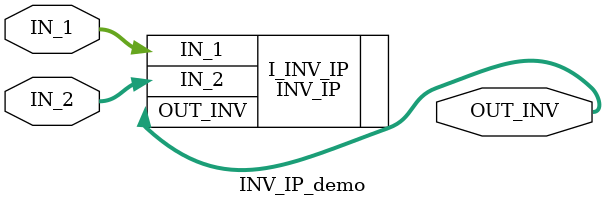
<source format=v>

`include "INV_IP.v"
//synopsys translate_on

module INV_IP_demo #(parameter IP_WIDTH = 5) (
    // Input signals
    IN_1, IN_2,
    // Output signals
    OUT_INV
);

// ===============================================================
// Input & Output Declaration
// ===============================================================
input  [IP_WIDTH-1:0] IN_1, IN_2;
output [IP_WIDTH-1:0] OUT_INV;

// ===============================================================
// Soft IP
// ===============================================================
INV_IP #(.IP_WIDTH(IP_WIDTH)) I_INV_IP ( .IN_1(IN_1), .IN_2(IN_2), .OUT_INV(OUT_INV));



endmodule
</source>
